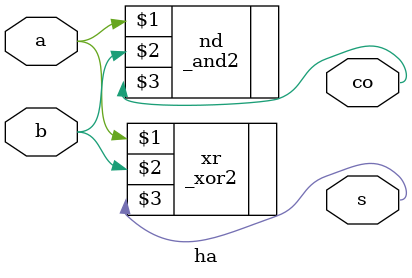
<source format=v>
module ha(a, b, s, co);
	input a, b;
	output co, s;
	
	// co = a & b;
	_and2 nd(a, b, co);
	
	// s = a ^ b;
	_xor2 xr(a, b, s);
endmodule

</source>
